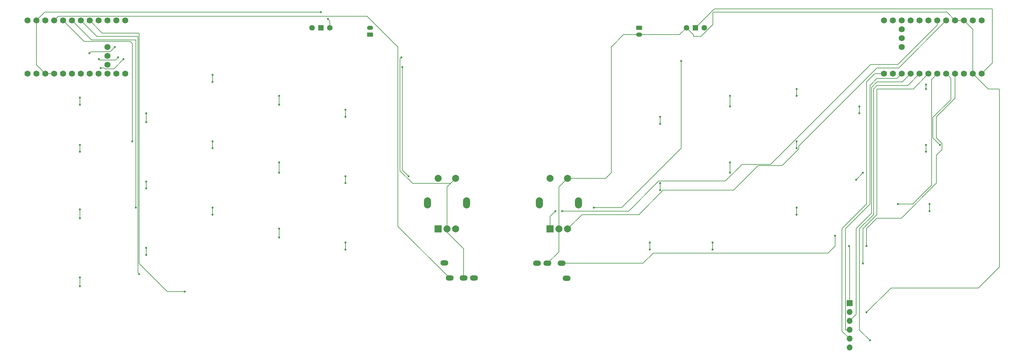
<source format=gtl>
%TF.GenerationSoftware,KiCad,Pcbnew,8.0.3*%
%TF.CreationDate,2025-01-04T16:23:02+09:00*%
%TF.ProjectId,manjaro_mx,6d616e6a-6172-46f5-9f6d-782e6b696361,rev?*%
%TF.SameCoordinates,Original*%
%TF.FileFunction,Copper,L1,Top*%
%TF.FilePolarity,Positive*%
%FSLAX46Y46*%
G04 Gerber Fmt 4.6, Leading zero omitted, Abs format (unit mm)*
G04 Created by KiCad (PCBNEW 8.0.3) date 2025-01-04 16:23:02*
%MOMM*%
%LPD*%
G01*
G04 APERTURE LIST*
G04 Aperture macros list*
%AMRoundRect*
0 Rectangle with rounded corners*
0 $1 Rounding radius*
0 $2 $3 $4 $5 $6 $7 $8 $9 X,Y pos of 4 corners*
0 Add a 4 corners polygon primitive as box body*
4,1,4,$2,$3,$4,$5,$6,$7,$8,$9,$2,$3,0*
0 Add four circle primitives for the rounded corners*
1,1,$1+$1,$2,$3*
1,1,$1+$1,$4,$5*
1,1,$1+$1,$6,$7*
1,1,$1+$1,$8,$9*
0 Add four rect primitives between the rounded corners*
20,1,$1+$1,$2,$3,$4,$5,0*
20,1,$1+$1,$4,$5,$6,$7,0*
20,1,$1+$1,$6,$7,$8,$9,0*
20,1,$1+$1,$8,$9,$2,$3,0*%
G04 Aperture macros list end*
%TA.AperFunction,ComponentPad*%
%ADD10R,1.500000X1.500000*%
%TD*%
%TA.AperFunction,ComponentPad*%
%ADD11C,1.600000*%
%TD*%
%TA.AperFunction,ComponentPad*%
%ADD12O,2.300000X1.500000*%
%TD*%
%TA.AperFunction,ComponentPad*%
%ADD13RoundRect,0.250000X0.625000X-0.350000X0.625000X0.350000X-0.625000X0.350000X-0.625000X-0.350000X0*%
%TD*%
%TA.AperFunction,ComponentPad*%
%ADD14O,1.750000X1.200000*%
%TD*%
%TA.AperFunction,ComponentPad*%
%ADD15R,1.700000X1.700000*%
%TD*%
%TA.AperFunction,ComponentPad*%
%ADD16O,1.700000X1.700000*%
%TD*%
%TA.AperFunction,ComponentPad*%
%ADD17C,1.752600*%
%TD*%
%TA.AperFunction,WasherPad*%
%ADD18O,2.000000X3.200000*%
%TD*%
%TA.AperFunction,ComponentPad*%
%ADD19R,2.000000X2.000000*%
%TD*%
%TA.AperFunction,ComponentPad*%
%ADD20C,2.000000*%
%TD*%
%TA.AperFunction,ComponentPad*%
%ADD21RoundRect,0.250000X-0.625000X0.350000X-0.625000X-0.350000X0.625000X-0.350000X0.625000X0.350000X0*%
%TD*%
%TA.AperFunction,ViaPad*%
%ADD22C,0.600000*%
%TD*%
%TA.AperFunction,Conductor*%
%ADD23C,0.200000*%
%TD*%
G04 APERTURE END LIST*
D10*
%TO.P,PowerSW1,1,B*%
%TO.N,Net-(PowerSW1-B)*%
X125000000Y-48500000D03*
D11*
%TO.P,PowerSW1,2,C*%
%TO.N,BAT-*%
X127540000Y-48500000D03*
%TO.P,PowerSW1,3,A*%
%TO.N,BAT+*%
X122460000Y-48500000D03*
%TD*%
D12*
%TO.P,J2,1,A*%
%TO.N,unconnected-(J2-A-Pad1)*%
X160250000Y-115850000D03*
%TO.P,J2,2,B*%
%TO.N,DATA*%
X168750000Y-120150000D03*
%TO.P,J2,3,C*%
%TO.N,BAT-*%
X165750000Y-120150000D03*
%TO.P,J2,4,D*%
%TO.N,VCC*%
X161750000Y-120150000D03*
%TD*%
D13*
%TO.P,BT1,1,+*%
%TO.N,BAT+*%
X139000000Y-50500000D03*
D14*
%TO.P,BT1,2,-*%
%TO.N,BAT-*%
X139000000Y-48500000D03*
%TD*%
D15*
%TO.P,rJ3,1,Pin_1*%
%TO.N,rVCC*%
X276150000Y-127340000D03*
D16*
%TO.P,rJ3,2,Pin_2*%
%TO.N,rBAT-*%
X276150000Y-129880000D03*
%TO.P,rJ3,3,Pin_3*%
%TO.N,SCLK*%
X276150000Y-132420000D03*
%TO.P,rJ3,4,Pin_4*%
%TO.N,SDIO*%
X276150000Y-134960000D03*
%TO.P,rJ3,5,Pin_5*%
%TO.N,NCS*%
X276150000Y-137500000D03*
%TO.P,rJ3,6,Pin_6*%
%TO.N,unconnected-(rJ3-Pin_6-Pad6)*%
X276150000Y-140040000D03*
%TD*%
D10*
%TO.P,rPowerSW1,1,B*%
%TO.N,Net-(rPowerSW1-B)*%
X232050000Y-48500000D03*
D11*
%TO.P,rPowerSW1,2,C*%
%TO.N,rBAT-*%
X229510000Y-48500000D03*
%TO.P,rPowerSW1,3,A*%
%TO.N,rBAT+*%
X234590000Y-48500000D03*
%TD*%
D17*
%TO.P,rU1,1,TX0/P0.06*%
%TO.N,rKEYEX1*%
X313970000Y-46380000D03*
%TO.P,rU1,2,RX1/P0.08*%
%TO.N,rDATA*%
X311430000Y-46380000D03*
%TO.P,rU1,3,GND*%
%TO.N,rBAT-*%
X308890000Y-46380000D03*
%TO.P,rU1,4,GND*%
X306350000Y-46380000D03*
%TO.P,rU1,5,P0.17*%
%TO.N,rREB*%
X303810000Y-46380000D03*
%TO.P,rU1,6,P0.20*%
%TO.N,rRE0A*%
X301270000Y-46380000D03*
%TO.P,rU1,7,P0.22*%
%TO.N,rCOL0*%
X298730000Y-46380000D03*
%TO.P,rU1,8,P0.24*%
%TO.N,rCOL1*%
X296190000Y-46380000D03*
%TO.P,rU1,9,P1.00*%
%TO.N,rCOL2*%
X293650000Y-46380000D03*
%TO.P,rU1,10,P0.11*%
%TO.N,rCOL3*%
X291110000Y-46380000D03*
%TO.P,rU1,11,P1.04*%
%TO.N,rCOL4*%
X288570000Y-46380000D03*
%TO.P,rU1,12,P1.06*%
%TO.N,rCOL5*%
X286030000Y-46380000D03*
%TO.P,rU1,13,NFC1/P0.09*%
%TO.N,NCS*%
X286030000Y-61620000D03*
%TO.P,rU1,14,NFC2/P0.10*%
%TO.N,unconnected-(rU1-NFC2{slash}P0.10-Pad14)*%
X288570000Y-61620000D03*
%TO.P,rU1,15,P1.11*%
%TO.N,SDIO*%
X291110000Y-61620000D03*
%TO.P,rU1,16,P1.13*%
%TO.N,SCLK*%
X293650000Y-61620000D03*
%TO.P,rU1,17,P1.15*%
%TO.N,rROW3*%
X296190000Y-61620000D03*
%TO.P,rU1,18,AIN0/P0.02*%
%TO.N,rROW2*%
X298730000Y-61620000D03*
%TO.P,rU1,19,AIN5/P0.29*%
%TO.N,rROW1*%
X301270000Y-61620000D03*
%TO.P,rU1,20,AIN7/P0.31*%
%TO.N,rROW0*%
X303810000Y-61620000D03*
%TO.P,rU1,21,VCC*%
%TO.N,rVCC*%
X306350000Y-61620000D03*
%TO.P,rU1,22,RST*%
%TO.N,unconnected-(rU1-RST-Pad22)*%
X308890000Y-61620000D03*
%TO.P,rU1,23,GND*%
%TO.N,rBAT-*%
X311430000Y-61620000D03*
%TO.P,rU1,24,BATIN/P0.04*%
%TO.N,Net-(rPowerSW1-B)*%
X313970000Y-61620000D03*
%TO.P,rU1,31,P1.01*%
%TO.N,unconnected-(rU1-P1.01-Pad31)*%
X291110000Y-48920000D03*
%TO.P,rU1,32,P1.02*%
%TO.N,unconnected-(rU1-P1.02-Pad32)*%
X291110000Y-51460000D03*
%TO.P,rU1,33,P1.07*%
%TO.N,unconnected-(rU1-P1.07-Pad33)*%
X291110000Y-54000000D03*
%TD*%
D18*
%TO.P,rEXSW1,*%
%TO.N,*%
X187400000Y-98600000D03*
X198600000Y-98600000D03*
D19*
%TO.P,rEXSW1,A,A*%
%TO.N,rRE0A*%
X190500000Y-106100000D03*
D20*
%TO.P,rEXSW1,B,B*%
%TO.N,rREB*%
X195500000Y-106100000D03*
%TO.P,rEXSW1,C,C*%
%TO.N,rBAT-*%
X193000000Y-106100000D03*
%TO.P,rEXSW1,S1,S1*%
X195500000Y-91600000D03*
%TO.P,rEXSW1,S2,S2*%
%TO.N,rKEYEX1*%
X190500000Y-91600000D03*
%TD*%
D17*
%TO.P,U1,1,TX0/P0.06*%
%TO.N,KEYEX1*%
X41030000Y-61620000D03*
%TO.P,U1,2,RX1/P0.08*%
%TO.N,DATA*%
X43570000Y-61620000D03*
%TO.P,U1,3,GND*%
%TO.N,BAT-*%
X46110000Y-61620000D03*
%TO.P,U1,4,GND*%
X48650000Y-61620000D03*
%TO.P,U1,5,P0.17*%
%TO.N,REB*%
X51190000Y-61620000D03*
%TO.P,U1,6,P0.20*%
%TO.N,RE0A*%
X53730000Y-61620000D03*
%TO.P,U1,7,P0.22*%
%TO.N,COL0*%
X56270000Y-61620000D03*
%TO.P,U1,8,P0.24*%
%TO.N,COL1*%
X58810000Y-61620000D03*
%TO.P,U1,9,P1.00*%
%TO.N,COL2*%
X61350000Y-61620000D03*
%TO.P,U1,10,P0.11*%
%TO.N,COL3*%
X63890000Y-61620000D03*
%TO.P,U1,11,P1.04*%
%TO.N,COL4*%
X66430000Y-61620000D03*
%TO.P,U1,12,P1.06*%
%TO.N,COL5*%
X68970000Y-61620000D03*
%TO.P,U1,13,NFC1/P0.09*%
%TO.N,unconnected-(U1-NFC1{slash}P0.09-Pad13)*%
X68970000Y-46380000D03*
%TO.P,U1,14,NFC2/P0.10*%
%TO.N,unconnected-(U1-NFC2{slash}P0.10-Pad14)*%
X66430000Y-46380000D03*
%TO.P,U1,15,P1.11*%
%TO.N,unconnected-(U1-P1.11-Pad15)*%
X63890000Y-46380000D03*
%TO.P,U1,16,P1.13*%
%TO.N,unconnected-(U1-P1.13-Pad16)*%
X61350000Y-46380000D03*
%TO.P,U1,17,P1.15*%
%TO.N,ROW3*%
X58810000Y-46380000D03*
%TO.P,U1,18,AIN0/P0.02*%
%TO.N,ROW2*%
X56270000Y-46380000D03*
%TO.P,U1,19,AIN5/P0.29*%
%TO.N,ROW1*%
X53730000Y-46380000D03*
%TO.P,U1,20,AIN7/P0.31*%
%TO.N,ROW0*%
X51190000Y-46380000D03*
%TO.P,U1,21,VCC*%
%TO.N,VCC*%
X48650000Y-46380000D03*
%TO.P,U1,22,RST*%
%TO.N,unconnected-(U1-RST-Pad22)*%
X46110000Y-46380000D03*
%TO.P,U1,23,GND*%
%TO.N,BAT-*%
X43570000Y-46380000D03*
%TO.P,U1,24,BATIN/P0.04*%
%TO.N,Net-(PowerSW1-B)*%
X41030000Y-46380000D03*
%TO.P,U1,31,P1.01*%
%TO.N,unconnected-(U1-P1.01-Pad31)*%
X63890000Y-59080000D03*
%TO.P,U1,32,P1.02*%
%TO.N,unconnected-(U1-P1.02-Pad32)*%
X63890000Y-56540000D03*
%TO.P,U1,33,P1.07*%
%TO.N,unconnected-(U1-P1.07-Pad33)*%
X63890000Y-54000000D03*
%TD*%
D18*
%TO.P,EXSW1,*%
%TO.N,*%
X155400000Y-98600000D03*
X166600000Y-98600000D03*
D19*
%TO.P,EXSW1,A,A*%
%TO.N,RE0A*%
X158500000Y-106100000D03*
D20*
%TO.P,EXSW1,B,B*%
%TO.N,REB*%
X163500000Y-106100000D03*
%TO.P,EXSW1,C,C*%
%TO.N,BAT-*%
X161000000Y-106100000D03*
%TO.P,EXSW1,S1,S1*%
X163500000Y-91600000D03*
%TO.P,EXSW1,S2,S2*%
%TO.N,KEYEX1*%
X158500000Y-91600000D03*
%TD*%
D21*
%TO.P,rBT1,1,+*%
%TO.N,rBAT+*%
X216000000Y-48500000D03*
D14*
%TO.P,rBT1,2,-*%
%TO.N,rBAT-*%
X216000000Y-50500000D03*
%TD*%
D12*
%TO.P,rJ2,1,A*%
%TO.N,unconnected-(rJ2-A-Pad1)*%
X195250000Y-120200000D03*
%TO.P,rJ2,2,B*%
%TO.N,rDATA*%
X186750000Y-115900000D03*
%TO.P,rJ2,3,C*%
%TO.N,rBAT-*%
X189750000Y-115900000D03*
%TO.P,rJ2,4,D*%
%TO.N,rVCC*%
X193750000Y-115900000D03*
%TD*%
D22*
%TO.N,rROW0*%
X302000000Y-82000000D03*
%TO.N,rROW1*%
X290000000Y-99000000D03*
%TO.N,rROW2*%
X280000000Y-116000000D03*
%TO.N,rROW3*%
X282000000Y-138000000D03*
%TO.N,rBAT-*%
X281000000Y-130000000D03*
%TO.N,rCOL0*%
X219000000Y-110000000D03*
X222000000Y-93000000D03*
X222000000Y-76000000D03*
X222000000Y-95000000D03*
X219000000Y-112000000D03*
X222000000Y-74000000D03*
%TO.N,rCOL1*%
X237000000Y-110000000D03*
X242000000Y-71000000D03*
X242000000Y-68000000D03*
X237000000Y-112000000D03*
X242000000Y-87000000D03*
X242000000Y-90000000D03*
%TO.N,rCOL2*%
X261000000Y-68000000D03*
X261000000Y-66000000D03*
X261000000Y-83000000D03*
X261000000Y-100000000D03*
X261000000Y-102000000D03*
X261000000Y-81000000D03*
%TO.N,rCOL3*%
X279000000Y-73000000D03*
X278000000Y-92000000D03*
X279000000Y-71000000D03*
X280000000Y-90000000D03*
%TO.N,rCOL4*%
X299000000Y-99000000D03*
X298000000Y-84000000D03*
X298000000Y-64797548D03*
X298000000Y-82000000D03*
X299000000Y-101000000D03*
X298000000Y-66000000D03*
%TO.N,BAT-*%
X125000000Y-44000000D03*
X127000000Y-46000000D03*
X148000000Y-57000000D03*
%TO.N,ROW0*%
X71000000Y-81000000D03*
%TO.N,ROW1*%
X72000000Y-100000000D03*
%TO.N,ROW2*%
X73000000Y-119000000D03*
%TO.N,ROW3*%
X86000000Y-124000000D03*
%TO.N,COL4*%
X56000000Y-103000000D03*
X56000000Y-120000000D03*
X56000000Y-122500000D03*
X56000000Y-82000000D03*
X56000000Y-70500000D03*
X56000000Y-68500000D03*
X56000000Y-84000000D03*
X56000000Y-100500000D03*
%TO.N,COL3*%
X75000000Y-73000000D03*
X75000000Y-94500000D03*
X75000000Y-111500000D03*
X75000000Y-92500000D03*
X75000000Y-113500000D03*
X75000000Y-75500000D03*
%TO.N,COL2*%
X94000000Y-81000000D03*
X68500000Y-57500000D03*
X94000000Y-100000000D03*
X94000000Y-102000000D03*
X94000000Y-62000000D03*
X94000000Y-83000000D03*
X62000000Y-60000000D03*
X94000000Y-64000000D03*
%TO.N,COL1*%
X113000000Y-90000000D03*
X113000000Y-68000000D03*
X113000000Y-106000000D03*
X113000000Y-87000000D03*
X113000000Y-108500000D03*
X113000000Y-70500000D03*
%TO.N,COL0*%
X132000000Y-93000000D03*
X132000000Y-112000000D03*
X67000000Y-57000000D03*
X132000000Y-72000000D03*
X132000000Y-74000000D03*
X61500000Y-57500000D03*
X132000000Y-91000000D03*
X132000000Y-110000000D03*
%TO.N,REB*%
X66000000Y-54000000D03*
X58750735Y-55750735D03*
%TO.N,KEYEX1*%
X148200000Y-59785786D03*
X150000000Y-91000000D03*
%TO.N,rRE0A*%
X192000000Y-101000000D03*
X194000000Y-101000000D03*
%TO.N,rVCC*%
X276000000Y-111000000D03*
X272000000Y-108000000D03*
X281000000Y-111000000D03*
%TO.N,rDATA*%
X203000000Y-100000000D03*
X228000000Y-58000000D03*
%TD*%
D23*
%TO.N,SCLK*%
X278000000Y-130570000D02*
X276150000Y-132420000D01*
X282400000Y-65600000D02*
X282400000Y-101600000D01*
X293650000Y-61620000D02*
X291270000Y-64000000D01*
X284000000Y-64000000D02*
X282400000Y-65600000D01*
X278000000Y-106000000D02*
X278000000Y-130570000D01*
X282400000Y-101600000D02*
X278000000Y-106000000D01*
X291270000Y-64000000D02*
X284000000Y-64000000D01*
%TO.N,SDIO*%
X284000000Y-63000000D02*
X282000000Y-65000000D01*
X282000000Y-65000000D02*
X282000000Y-99000000D01*
X275000000Y-106000000D02*
X275000000Y-135000000D01*
X289730000Y-63000000D02*
X284000000Y-63000000D01*
X291110000Y-61620000D02*
X289730000Y-63000000D01*
X275000000Y-135000000D02*
X276110000Y-135000000D01*
X282000000Y-99000000D02*
X275000000Y-106000000D01*
X276110000Y-135000000D02*
X276150000Y-134960000D01*
%TO.N,rROW0*%
X305102452Y-69087372D02*
X300000000Y-74189824D01*
X303810000Y-61620000D02*
X305102452Y-62912452D01*
X300000000Y-80000000D02*
X302000000Y-82000000D01*
X305102452Y-62912452D02*
X305102452Y-69087372D01*
X300000000Y-74189824D02*
X300000000Y-80000000D01*
%TO.N,rROW1*%
X294168478Y-99000000D02*
X290000000Y-99000000D01*
X299600000Y-63290000D02*
X299600000Y-93568478D01*
X301270000Y-61620000D02*
X299600000Y-63290000D01*
X299600000Y-93568478D02*
X294168478Y-99000000D01*
%TO.N,rROW2*%
X284000000Y-66000000D02*
X284000000Y-102000000D01*
X298730000Y-61620000D02*
X294350000Y-66000000D01*
X280000000Y-106000000D02*
X280000000Y-116000000D01*
X284000000Y-102000000D02*
X280000000Y-106000000D01*
X294350000Y-66000000D02*
X284000000Y-66000000D01*
%TO.N,rROW3*%
X296190000Y-61620000D02*
X292810000Y-65000000D01*
X279000000Y-135000000D02*
X282000000Y-138000000D01*
X292810000Y-65000000D02*
X284000000Y-65000000D01*
X283000000Y-102000000D02*
X279000000Y-106000000D01*
X284000000Y-65000000D02*
X283000000Y-66000000D01*
X279000000Y-106000000D02*
X279000000Y-135000000D01*
X283000000Y-66000000D02*
X283000000Y-102000000D01*
%TO.N,rBAT-*%
X311430000Y-61620000D02*
X315810000Y-66000000D01*
X231500000Y-51000000D02*
X233645635Y-51000000D01*
X208000000Y-54000000D02*
X211500000Y-50500000D01*
X237057843Y-47587792D02*
X237057843Y-44057843D01*
X237057843Y-44057843D02*
X304027843Y-44057843D01*
X319000000Y-66000000D02*
X319000000Y-117000000D01*
X288000000Y-123000000D02*
X281000000Y-130000000D01*
X306350000Y-46380000D02*
X308890000Y-46380000D01*
X319000000Y-117000000D02*
X313000000Y-123000000D01*
X315810000Y-66000000D02*
X319000000Y-66000000D01*
X308890000Y-46380000D02*
X311430000Y-48920000D01*
X195500000Y-91600000D02*
X206400000Y-91600000D01*
X231500000Y-50490000D02*
X231500000Y-51000000D01*
X206400000Y-91600000D02*
X208000000Y-90000000D01*
X211500000Y-50500000D02*
X216000000Y-50500000D01*
X313000000Y-123000000D02*
X288000000Y-123000000D01*
X193000000Y-112650000D02*
X189750000Y-115900000D01*
X193000000Y-106100000D02*
X193000000Y-112650000D01*
X195500000Y-91600000D02*
X193000000Y-94100000D01*
X304027843Y-44057843D02*
X306350000Y-46380000D01*
X227510000Y-50500000D02*
X229510000Y-48500000D01*
X216000000Y-50500000D02*
X227510000Y-50500000D01*
X193000000Y-94100000D02*
X193000000Y-106100000D01*
X233645635Y-51000000D02*
X237057843Y-47587792D01*
X311430000Y-48920000D02*
X311430000Y-61620000D01*
X208000000Y-90000000D02*
X208000000Y-54000000D01*
X229510000Y-48500000D02*
X231500000Y-50490000D01*
%TO.N,rCOL0*%
X222000000Y-93000000D02*
X222000000Y-95000000D01*
X219000000Y-110000000D02*
X219000000Y-112000000D01*
X222000000Y-74000000D02*
X222000000Y-76000000D01*
%TO.N,rCOL1*%
X242000000Y-87000000D02*
X242000000Y-90000000D01*
X242000000Y-68000000D02*
X242000000Y-71000000D01*
X237000000Y-110000000D02*
X237000000Y-112000000D01*
%TO.N,rCOL2*%
X261000000Y-66000000D02*
X261000000Y-68000000D01*
X261000000Y-81000000D02*
X261000000Y-83000000D01*
X261000000Y-100000000D02*
X261000000Y-102000000D01*
%TO.N,rCOL3*%
X279000000Y-71000000D02*
X279000000Y-73000000D01*
X280000000Y-90000000D02*
X278000000Y-92000000D01*
%TO.N,rCOL4*%
X299000000Y-99000000D02*
X299000000Y-101000000D01*
X298000000Y-64797548D02*
X298000000Y-66000000D01*
X298000000Y-82000000D02*
X298000000Y-84000000D01*
%TO.N,Net-(rPowerSW1-B)*%
X317000000Y-58590000D02*
X317000000Y-43100000D01*
X237450000Y-43100000D02*
X232050000Y-48500000D01*
X317000000Y-43100000D02*
X237450000Y-43100000D01*
X313970000Y-61620000D02*
X317000000Y-58590000D01*
%TO.N,BAT-*%
X163500000Y-91600000D02*
X161000000Y-94100000D01*
X147600000Y-89448529D02*
X151201471Y-93050000D01*
X147600000Y-57400000D02*
X147600000Y-89448529D01*
X162050000Y-93050000D02*
X163500000Y-91600000D01*
X151201471Y-93050000D02*
X162050000Y-93050000D01*
X127540000Y-48500000D02*
X127540000Y-46540000D01*
X148000000Y-57000000D02*
X147600000Y-57400000D01*
X43570000Y-59080000D02*
X46110000Y-61620000D01*
X161000000Y-106100000D02*
X161000000Y-107000000D01*
X43570000Y-46380000D02*
X43570000Y-59080000D01*
X45950000Y-44000000D02*
X43570000Y-46380000D01*
X161000000Y-94100000D02*
X161000000Y-106100000D01*
X127540000Y-46540000D02*
X127000000Y-46000000D01*
X161000000Y-107000000D02*
X165750000Y-111750000D01*
X46110000Y-61620000D02*
X48650000Y-61620000D01*
X165750000Y-111750000D02*
X165750000Y-120150000D01*
X125000000Y-44000000D02*
X45950000Y-44000000D01*
%TO.N,ROW0*%
X51190000Y-46380000D02*
X57210000Y-52400000D01*
X71000000Y-53000000D02*
X71000000Y-81000000D01*
X57210000Y-52400000D02*
X70400000Y-52400000D01*
X70400000Y-52400000D02*
X71000000Y-53000000D01*
%TO.N,ROW1*%
X53730000Y-46380000D02*
X59350000Y-52000000D01*
X72000000Y-52000000D02*
X72000000Y-100000000D01*
X59350000Y-52000000D02*
X72000000Y-52000000D01*
%TO.N,ROW2*%
X72600000Y-118600000D02*
X73000000Y-119000000D01*
X60890000Y-51000000D02*
X72600000Y-51000000D01*
X56270000Y-46380000D02*
X60890000Y-51000000D01*
X72600000Y-51000000D02*
X72600000Y-118600000D01*
%TO.N,ROW3*%
X81031522Y-124000000D02*
X86000000Y-124000000D01*
X58810000Y-46380000D02*
X62430000Y-50000000D01*
X73000000Y-50000000D02*
X73000000Y-115968478D01*
X62430000Y-50000000D02*
X73000000Y-50000000D01*
X73000000Y-115968478D02*
X81031522Y-124000000D01*
%TO.N,COL4*%
X56000000Y-100500000D02*
X56000000Y-103000000D01*
X56000000Y-82000000D02*
X56000000Y-84000000D01*
X56000000Y-120000000D02*
X56000000Y-122500000D01*
X56000000Y-68500000D02*
X56000000Y-70500000D01*
%TO.N,COL3*%
X75000000Y-111500000D02*
X75000000Y-113500000D01*
X75000000Y-73000000D02*
X75000000Y-75500000D01*
X75000000Y-92500000D02*
X75000000Y-94500000D01*
%TO.N,COL2*%
X62000000Y-60000000D02*
X63000000Y-60000000D01*
X94000000Y-62000000D02*
X94000000Y-64000000D01*
X94000000Y-100000000D02*
X94000000Y-102000000D01*
X65743700Y-60256300D02*
X68500000Y-57500000D01*
X63000000Y-60000000D02*
X63256300Y-60256300D01*
X94000000Y-81000000D02*
X94000000Y-83000000D01*
X63256300Y-60256300D02*
X65743700Y-60256300D01*
%TO.N,COL1*%
X113000000Y-68000000D02*
X113000000Y-70500000D01*
X113000000Y-87000000D02*
X113000000Y-90000000D01*
X113000000Y-106000000D02*
X113000000Y-108500000D01*
%TO.N,COL0*%
X132000000Y-72000000D02*
X132000000Y-74000000D01*
X61500000Y-57500000D02*
X61716300Y-57716300D01*
X66283700Y-57716300D02*
X67000000Y-57000000D01*
X132000000Y-110000000D02*
X132000000Y-112000000D01*
X61716300Y-57716300D02*
X66283700Y-57716300D01*
X132000000Y-91000000D02*
X132000000Y-93000000D01*
%TO.N,NCS*%
X286030000Y-61620000D02*
X283380000Y-61620000D01*
X281000000Y-64000000D02*
X281000000Y-99000000D01*
X283380000Y-61620000D02*
X281000000Y-64000000D01*
X274000000Y-106000000D02*
X274000000Y-135350000D01*
X274000000Y-135350000D02*
X276150000Y-137500000D01*
X281000000Y-99000000D02*
X274000000Y-106000000D01*
%TO.N,REB*%
X58750735Y-55750735D02*
X59137770Y-55363700D01*
X64636300Y-55363700D02*
X66000000Y-54000000D01*
X59137770Y-55363700D02*
X64636300Y-55363700D01*
%TO.N,KEYEX1*%
X148200000Y-89200000D02*
X150000000Y-91000000D01*
X148200000Y-59785786D02*
X148200000Y-89200000D01*
%TO.N,VCC*%
X147000000Y-105400000D02*
X161750000Y-120150000D01*
X49826300Y-45203700D02*
X138203700Y-45203700D01*
X138203700Y-45203700D02*
X147000000Y-54000000D01*
X147000000Y-54000000D02*
X147000000Y-105400000D01*
X48650000Y-46380000D02*
X49826300Y-45203700D01*
%TO.N,rREB*%
X284000000Y-60000000D02*
X261600000Y-82400000D01*
X290190000Y-60000000D02*
X284000000Y-60000000D01*
X256848529Y-88000000D02*
X250000000Y-88000000D01*
X243000000Y-95000000D02*
X222848529Y-95000000D01*
X303810000Y-46380000D02*
X290190000Y-60000000D01*
X261600000Y-82400000D02*
X261600000Y-83248529D01*
X199600000Y-102000000D02*
X195500000Y-106100000D01*
X261600000Y-83248529D02*
X256848529Y-88000000D01*
X215848529Y-102000000D02*
X199600000Y-102000000D01*
X222848529Y-95000000D02*
X215848529Y-102000000D01*
X250000000Y-88000000D02*
X243000000Y-95000000D01*
%TO.N,rRE0A*%
X221600000Y-92400000D02*
X221000000Y-93000000D01*
X192000000Y-101000000D02*
X190500000Y-102500000D01*
X240600000Y-92400000D02*
X221600000Y-92400000D01*
X284000000Y-59000000D02*
X282151471Y-59000000D01*
X282151471Y-59000000D02*
X253551471Y-87600000D01*
X213000000Y-101000000D02*
X206000000Y-101000000D01*
X301270000Y-47730000D02*
X290000000Y-59000000D01*
X245400000Y-87600000D02*
X240600000Y-92400000D01*
X206000000Y-101000000D02*
X194000000Y-101000000D01*
X190500000Y-102500000D02*
X190500000Y-106100000D01*
X290000000Y-59000000D02*
X284000000Y-59000000D01*
X253551471Y-87600000D02*
X245400000Y-87600000D01*
X221000000Y-93000000D02*
X213000000Y-101000000D01*
X301270000Y-46380000D02*
X301270000Y-47730000D01*
%TO.N,rVCC*%
X220000000Y-113000000D02*
X217100000Y-115900000D01*
X276000000Y-111000000D02*
X276150000Y-111150000D01*
X291000000Y-103000000D02*
X284000000Y-103000000D01*
X306350000Y-61620000D02*
X306350000Y-68650000D01*
X302600000Y-81600000D02*
X302600000Y-83400000D01*
X217100000Y-115900000D02*
X193750000Y-115900000D01*
X270000000Y-113000000D02*
X220000000Y-113000000D01*
X301000000Y-93000000D02*
X291000000Y-103000000D01*
X301000000Y-85000000D02*
X301000000Y-93000000D01*
X306350000Y-68650000D02*
X301000000Y-74000000D01*
X302600000Y-83400000D02*
X301000000Y-85000000D01*
X301000000Y-80000000D02*
X302600000Y-81600000D01*
X281000000Y-106000000D02*
X281000000Y-111000000D01*
X272000000Y-111000000D02*
X270000000Y-113000000D01*
X276150000Y-111150000D02*
X276150000Y-127340000D01*
X272000000Y-108000000D02*
X272000000Y-111000000D01*
X301000000Y-74000000D02*
X301000000Y-80000000D01*
X284000000Y-103000000D02*
X281000000Y-106000000D01*
%TO.N,rDATA*%
X210968478Y-100000000D02*
X203000000Y-100000000D01*
X228000000Y-82968478D02*
X210968478Y-100000000D01*
X228000000Y-58000000D02*
X228000000Y-82968478D01*
%TD*%
M02*

</source>
